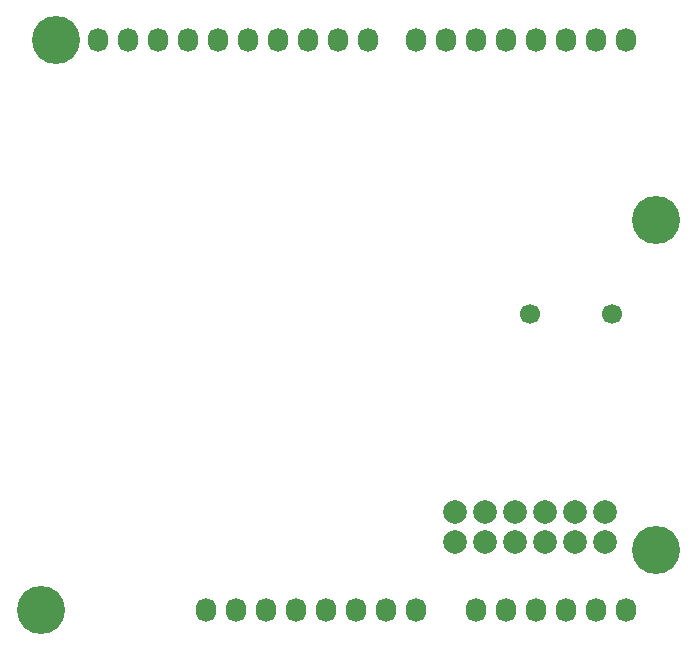
<source format=gbr>
G04 #@! TF.GenerationSoftware,KiCad,Pcbnew,(5.1.8)-1*
G04 #@! TF.CreationDate,2021-04-08T11:54:22-05:00*
G04 #@! TF.ProjectId,DEVLPR,4445564c-5052-42e6-9b69-6361645f7063,rev?*
G04 #@! TF.SameCoordinates,Original*
G04 #@! TF.FileFunction,Soldermask,Bot*
G04 #@! TF.FilePolarity,Negative*
%FSLAX46Y46*%
G04 Gerber Fmt 4.6, Leading zero omitted, Abs format (unit mm)*
G04 Created by KiCad (PCBNEW (5.1.8)-1) date 2021-04-08 11:54:22*
%MOMM*%
%LPD*%
G01*
G04 APERTURE LIST*
%ADD10C,1.700000*%
%ADD11C,2.000000*%
%ADD12O,1.727200X2.032000*%
%ADD13C,4.064000*%
G04 APERTURE END LIST*
D10*
X166366000Y-98806000D03*
X173366000Y-98806000D03*
D11*
X172720000Y-118110000D03*
X170180000Y-118110000D03*
X167640000Y-118110000D03*
X165100000Y-118110000D03*
X162560000Y-118110000D03*
X160020000Y-118110000D03*
X160020000Y-115570000D03*
X162560000Y-115570000D03*
X165100000Y-115570000D03*
X167640000Y-115570000D03*
X170180000Y-115570000D03*
X172720000Y-115570000D03*
D12*
X138938000Y-123825000D03*
X141478000Y-123825000D03*
X144018000Y-123825000D03*
X146558000Y-123825000D03*
X149098000Y-123825000D03*
X151638000Y-123825000D03*
X154178000Y-123825000D03*
X156718000Y-123825000D03*
X161798000Y-123825000D03*
X164338000Y-123825000D03*
X166878000Y-123825000D03*
X169418000Y-123825000D03*
X171958000Y-123825000D03*
X174498000Y-123825000D03*
X129794000Y-75565000D03*
X132334000Y-75565000D03*
X134874000Y-75565000D03*
X137414000Y-75565000D03*
X139954000Y-75565000D03*
X142494000Y-75565000D03*
X145034000Y-75565000D03*
X147574000Y-75565000D03*
X150114000Y-75565000D03*
X152654000Y-75565000D03*
X156718000Y-75565000D03*
X159258000Y-75565000D03*
X161798000Y-75565000D03*
X164338000Y-75565000D03*
X166878000Y-75565000D03*
X169418000Y-75565000D03*
X171958000Y-75565000D03*
X174498000Y-75565000D03*
D13*
X124968000Y-123825000D03*
X177038000Y-118745000D03*
X126238000Y-75565000D03*
X177038000Y-90805000D03*
M02*

</source>
